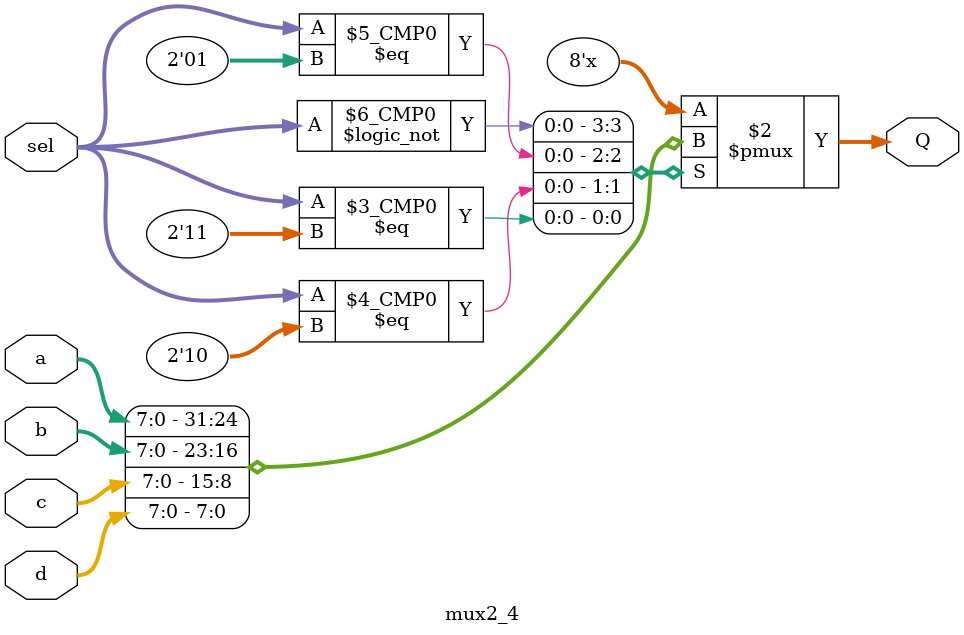
<source format=v>
module mux2_4 (
 // input clk,
	input [1:0]sel,
	input [7:0]a, b, c, d, 
	output reg [7:0] Q
	);

	always@(sel, a, b, c, d)
	case (sel)
		2'b00: Q = a;
		2'b01: Q = b;
		2'b10: Q = c;
		2'b11: Q = d;
		default; //Q = 2'bxx;
	endcase
endmodule 

</source>
